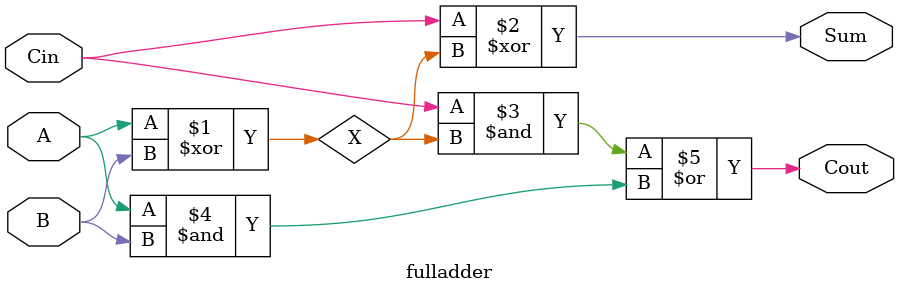
<source format=v>
`timescale 1ns / 1ps

module fulladder(
	input A,
	input B,
	input Cin,
	output Sum,
	output Cout);
	
	wire X;
	assign X = A ^ B;
	assign Sum = Cin ^ X;
	assign Cout = (Cin & X) | (A & B);
	
endmodule
</source>
